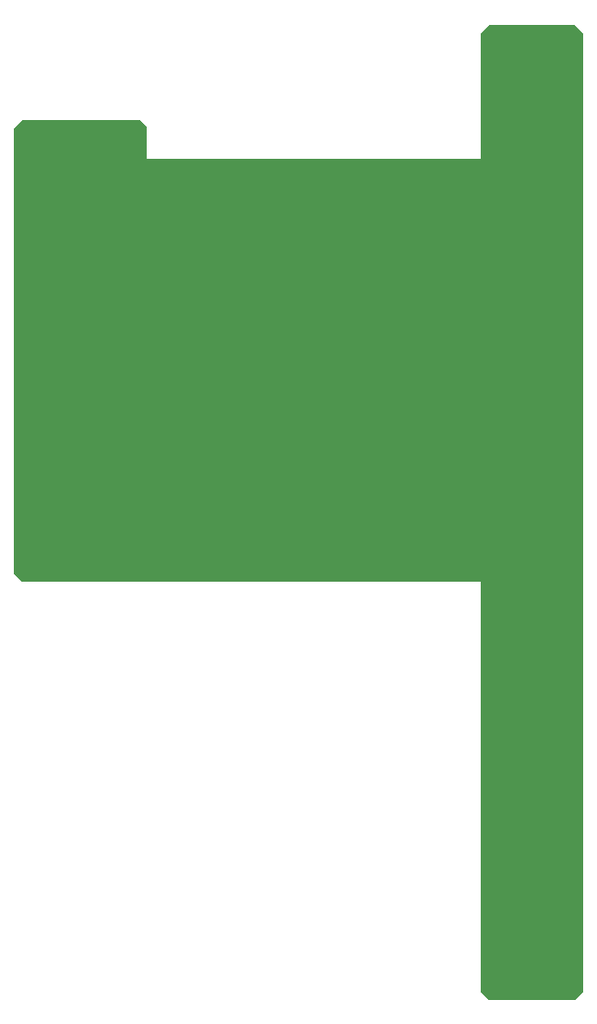
<source format=gbr>
G04 start of page 2 for group 0 idx 0 *
G04 Title: fet12connectors, top *
G04 Creator: pcb 20140316 *
G04 CreationDate: Thu 12 Apr 2018 02:27:47 AM GMT UTC *
G04 For: brian *
G04 Format: Gerber/RS-274X *
G04 PCB-Dimensions (mil): 6000.00 5000.00 *
G04 PCB-Coordinate-Origin: lower left *
%MOIN*%
%FSLAX25Y25*%
%LNTOP*%
%ADD17C,0.2150*%
%ADD16C,0.0250*%
%ADD15C,0.0200*%
%ADD14C,0.0450*%
%ADD13C,0.0360*%
%ADD12C,0.2350*%
%ADD11C,0.0001*%
G54D11*G36*
X182500Y382500D02*X185500Y385500D01*
X228000D01*
X230500Y383000D01*
Y371500D01*
X351000D01*
Y417000D01*
X354000Y420000D01*
X385000D01*
X388000Y417000D01*
Y71000D01*
X385000Y68000D01*
X354000D01*
X351000Y71000D01*
Y219000D01*
X185500D01*
X182500Y222000D01*
Y382500D01*
G37*
G54D12*X369500Y401500D03*
Y192000D03*
Y86500D03*
G54D13*X341500Y300500D03*
X347500Y365000D03*
X341000Y336500D03*
Y355500D03*
X347500Y259500D03*
X341000Y230500D03*
Y249500D03*
G54D14*X261000Y253000D03*
X256000Y281500D03*
G54D13*X296000Y298000D03*
X329500Y293000D03*
X317500Y314000D03*
X187500Y274000D03*
X236500Y361000D03*
X224500D03*
G54D15*G54D16*G54D15*G54D17*M02*

</source>
